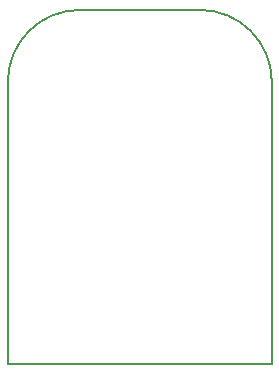
<source format=gbr>
G04 #@! TF.GenerationSoftware,KiCad,Pcbnew,(5.1.5)-3*
G04 #@! TF.CreationDate,2020-04-29T10:24:11+03:00*
G04 #@! TF.ProjectId,Single_transistor_AMP,53696e67-6c65-45f7-9472-616e73697374,V1.1*
G04 #@! TF.SameCoordinates,Original*
G04 #@! TF.FileFunction,Profile,NP*
%FSLAX46Y46*%
G04 Gerber Fmt 4.6, Leading zero omitted, Abs format (unit mm)*
G04 Created by KiCad (PCBNEW (5.1.5)-3) date 2020-04-29 10:24:11*
%MOMM*%
%LPD*%
G04 APERTURE LIST*
%ADD10C,0.200000*%
G04 APERTURE END LIST*
D10*
X156718000Y-99314000D02*
G75*
G02X162814000Y-105410000I0J-6096000D01*
G01*
X140462000Y-105410000D02*
G75*
G02X146558000Y-99314000I6096000J0D01*
G01*
X140462000Y-105410000D02*
X140462000Y-129286000D01*
X146558000Y-99314000D02*
X156718000Y-99314000D01*
X162814000Y-129286000D02*
X162814000Y-105410000D01*
X140462000Y-129286000D02*
X162814000Y-129286000D01*
M02*

</source>
